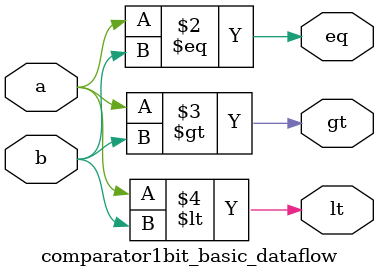
<source format=v>
module comparator1bit_basic_dataflow(input a, input b, output reg eq, output reg gt, output reg lt);

    always @(*) begin
        eq = (a == b);
        gt = (a > b);
        lt = (a < b);
    end

endmodule

</source>
